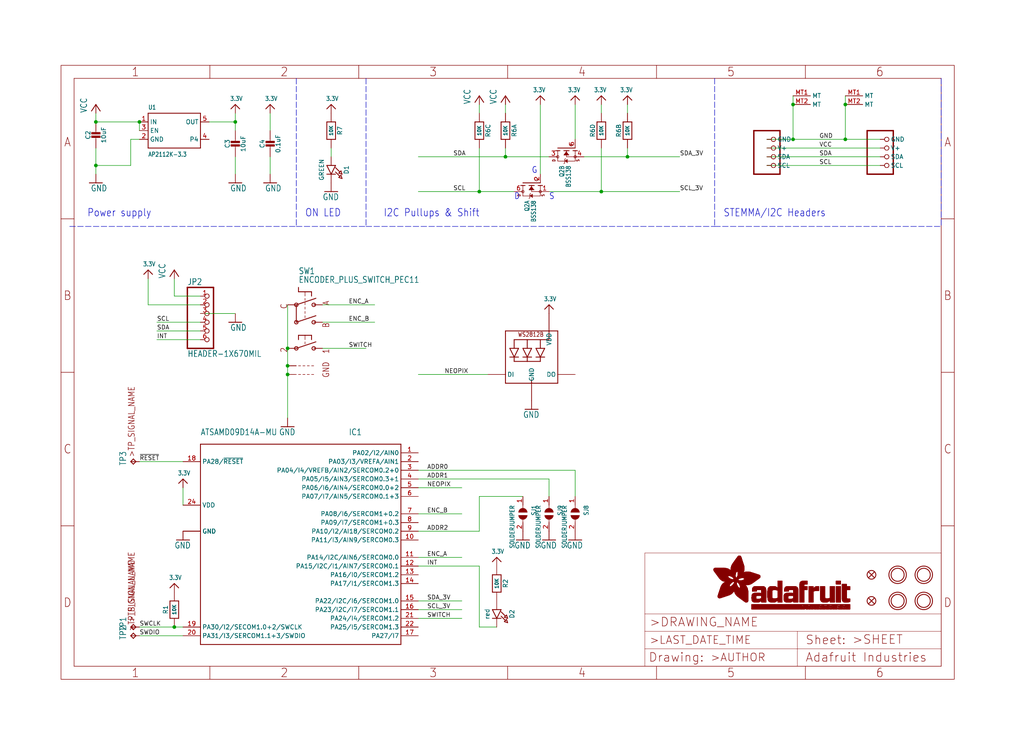
<source format=kicad_sch>
(kicad_sch (version 20211123) (generator eeschema)
  (paper "User" 298.45 217.881)
  (lib_symbols
    (symbol "eagleSchem-eagle-import:3.3V" (power)
      (property "Value" "3.3V" (at -1.524 1.016 0))
      (symbol "3.3V_1_0"
        (pin power_in line (at 0 -2.54 90) (length 2.54) (name "3.3V") (number "1"))
      )
    )
    (symbol "eagleSchem-eagle-import:ATSAMD09D14A-MU"
      (property "Reference" "IC" (at 12.7 33.02 0))
      (property "Value" "ATSAMD09D14A-MU" (at -30.48 33.02 0))
      (symbol "ATSAMD09D14A-MU_1_0"
        (pin bidirectional line (at 33.02 27.94 180) (length 5.08) (name "PA02/I2/AIN0") (number "1"))
        (pin bidirectional line (at 33.02 2.54 180) (length 5.08) (name "PA11/I3/AIN9/SERCOM0.3") (number "10"))
        (pin bidirectional line (at 33.02 -2.54 180) (length 5.08) (name "PA14/I2C/AIN6/SERCOM0.0") (number "11"))
        (pin bidirectional line (at 33.02 -5.08 180) (length 5.08) (name "PA15/I2C/I1/AIN7/SERCOM0.1") (number "12"))
        (pin bidirectional line (at 33.02 -7.62 180) (length 5.08) (name "PA16/I0/SERCOM1.2") (number "13"))
        (pin bidirectional line (at 33.02 -10.16 180) (length 5.08) (name "PA17/I1/SERCOM1.3") (number "14"))
        (pin bidirectional line (at 33.02 -15.24 180) (length 5.08) (name "PA22/I2C/I6/SERCOM1.0") (number "15"))
        (pin bidirectional line (at 33.02 -17.78 180) (length 5.08) (name "PA23/I2C/I7/SERCOM1.1") (number "16"))
        (pin bidirectional line (at 33.02 -25.4 180) (length 5.08) (name "PA27/I7") (number "17"))
        (pin bidirectional line (at -35.56 25.4 0) (length 5.08) (name "PA28/~{RESET}") (number "18"))
        (pin bidirectional line (at -35.56 -22.86 0) (length 5.08) (name "PA30/I2/SECOM1.0+2/SWCLK") (number "19"))
        (pin bidirectional line (at 33.02 25.4 180) (length 5.08) (name "PA03/I3/VREFA/AIN1") (number "2"))
        (pin bidirectional line (at -35.56 -25.4 0) (length 5.08) (name "PA31/I3/SERCOM1.1+3/SWDIO") (number "20"))
        (pin bidirectional line (at 33.02 -20.32 180) (length 5.08) (name "PA24/I4/SERCOM1.2") (number "21"))
        (pin bidirectional line (at 33.02 -22.86 180) (length 5.08) (name "PA25/I5/SERCOM1.3") (number "22"))
        (pin power_in line (at -35.56 5.08 0) (length 5.08) (name "GND") (number "23"))
        (pin power_in line (at -35.56 12.7 0) (length 5.08) (name "VDD") (number "24"))
        (pin bidirectional line (at 33.02 22.86 180) (length 5.08) (name "PA04/I4/VREFB/AIN2/SERCOM0.2+0") (number "3"))
        (pin bidirectional line (at 33.02 20.32 180) (length 5.08) (name "PA05/I5/AIN3/SERCOM0.3+1") (number "4"))
        (pin bidirectional line (at 33.02 17.78 180) (length 5.08) (name "PA06/I6/AIN4/SERCOM0.0+2") (number "5"))
        (pin bidirectional line (at 33.02 15.24 180) (length 5.08) (name "PA07/I7/AIN5/SERCOM0.1+3") (number "6"))
        (pin bidirectional line (at 33.02 10.16 180) (length 5.08) (name "PA08/I6/SERCOM1+0.2") (number "7"))
        (pin bidirectional line (at 33.02 7.62 180) (length 5.08) (name "PA09/I7/SERCOM1+0.3") (number "8"))
        (pin bidirectional line (at 33.02 5.08 180) (length 5.08) (name "PA10/I2/AI18/SERCOM0.2") (number "9"))
        (pin power_in line (at -35.56 5.08 0) (length 5.08) (name "GND") (number "THERM"))
      )
    )
    (symbol "eagleSchem-eagle-import:CAP_CERAMIC0603_NO"
      (property "Reference" "C" (at -2.29 1.25 90))
      (property "Value" "CAP_CERAMIC0603_NO" (at 2.3 1.25 90))
      (symbol "CAP_CERAMIC0603_NO_1_0"
        (pin passive line (at 0 5.08 270) (length 2.54) (name "1") (number "1"))
        (pin passive line (at 0 -2.54 90) (length 2.54) (name "2") (number "2"))
      )
    )
    (symbol "eagleSchem-eagle-import:CAP_CERAMIC0805-NOOUTLINE"
      (property "Reference" "C" (at -2.29 1.25 90))
      (property "Value" "CAP_CERAMIC0805-NOOUTLINE" (at 2.3 1.25 90))
      (symbol "CAP_CERAMIC0805-NOOUTLINE_1_0"
        (pin passive line (at 0 5.08 270) (length 2.54) (name "1") (number "1"))
        (pin passive line (at 0 -2.54 90) (length 2.54) (name "2") (number "2"))
      )
    )
    (symbol "eagleSchem-eagle-import:ENCODER_PLUS_SWITCH_PEC11"
      (property "Reference" "SW" (at -1.905 13.97 0))
      (property "Value" "ENCODER_PLUS_SWITCH_PEC11" (at -1.905 11.43 0))
      (symbol "ENCODER_PLUS_SWITCH_PEC11_1_0"
        (text "1" (at 5.08 -7.62 900) (effects (font (size 1.778 1.5113)) (justify right top)))
        (text "2" (at -5.08 -8.89 900) (effects (font (size 1.778 1.5113)) (justify left bottom)))
        (text "A" (at 5.08 6.35 900) (effects (font (size 1.778 1.5113)) (justify right top)))
        (text "B" (at 5.08 0 900) (effects (font (size 1.778 1.5113)) (justify right top)))
        (text "C" (at -5.08 3.81 900) (effects (font (size 1.778 1.5113)) (justify left bottom)))
        (text "GND" (at 5.08 -11.43 900) (effects (font (size 1.778 1.5113)) (justify right top)))
        (pin passive line (at 5.08 -7.62 180) (length 2.54) (name "P$1") (number "P$1"))
        (pin passive line (at -5.08 -7.62 0) (length 2.54) (name "P$2") (number "P$2"))
        (pin passive line (at 5.08 5.08 180) (length 2.54) (name "P$A") (number "P$A"))
        (pin passive line (at 5.08 0 180) (length 2.54) (name "P$B") (number "P$B"))
        (pin passive line (at -5.08 5.08 0) (length 2.54) (name "P$C") (number "P$C"))
        (pin passive line (at -5.08 -12.7 0) (length 2.54) (name "P$GND1") (number "P$GND1"))
        (pin passive line (at -5.08 -15.24 0) (length 2.54) (name "P$GND2") (number "P$GND2"))
      )
    )
    (symbol "eagleSchem-eagle-import:FIDUCIAL_1MM")
    (symbol "eagleSchem-eagle-import:FRAME_A4_ADAFRUIT"
      (symbol "FRAME_A4_ADAFRUIT_0_0"
        (text "1" (at 21.6958 1.905 0) (effects (font (size 2.54 2.286))))
        (text "1" (at 21.6958 177.165 0) (effects (font (size 2.54 2.286))))
        (text "2" (at 65.0875 1.905 0) (effects (font (size 2.54 2.286))))
        (text "2" (at 65.0875 177.165 0) (effects (font (size 2.54 2.286))))
        (text "3" (at 108.4792 1.905 0) (effects (font (size 2.54 2.286))))
        (text "3" (at 108.4792 177.165 0) (effects (font (size 2.54 2.286))))
        (text "4" (at 151.8708 1.905 0) (effects (font (size 2.54 2.286))))
        (text "4" (at 151.8708 177.165 0) (effects (font (size 2.54 2.286))))
        (text "5" (at 195.2625 1.905 0) (effects (font (size 2.54 2.286))))
        (text "5" (at 195.2625 177.165 0) (effects (font (size 2.54 2.286))))
        (text "6" (at 238.6542 1.905 0) (effects (font (size 2.54 2.286))))
        (text "6" (at 238.6542 177.165 0) (effects (font (size 2.54 2.286))))
        (text "A" (at 1.905 156.6863 0) (effects (font (size 2.54 2.286))))
        (text "A" (at 258.445 156.6863 0) (effects (font (size 2.54 2.286))))
        (text "B" (at 1.905 111.9188 0) (effects (font (size 2.54 2.286))))
        (text "B" (at 258.445 111.9188 0) (effects (font (size 2.54 2.286))))
        (text "C" (at 1.905 67.1513 0) (effects (font (size 2.54 2.286))))
        (text "C" (at 258.445 67.1513 0) (effects (font (size 2.54 2.286))))
        (text "D" (at 1.905 22.3838 0) (effects (font (size 2.54 2.286))))
        (text "D" (at 258.445 22.3838 0) (effects (font (size 2.54 2.286))))
      )
      (symbol "FRAME_A4_ADAFRUIT_1_0"
        (text ">AUTHOR" (at 189.23 5.08 0) (effects (font (size 2.286 2.286)) (justify left bottom)))
        (text ">DRAWING_NAME" (at 171.45 15.24 0) (effects (font (size 2.54 2.54)) (justify left bottom)))
        (text ">LAST_DATE_TIME" (at 171.45 10.16 0) (effects (font (size 2.286 2.286)) (justify left bottom)))
        (text ">SHEET" (at 230.505 10.16 0) (effects (font (size 2.54 2.54)) (justify left bottom)))
        (text "Adafruit Industries" (at 216.916 4.953 0) (effects (font (size 2.54 2.54)) (justify left bottom)))
        (text "Drawing:" (at 171.196 4.953 0) (effects (font (size 2.54 2.54)) (justify left bottom)))
        (text "Sheet:" (at 216.916 10.033 0) (effects (font (size 2.54 2.54)) (justify left bottom)))
      )
    )
    (symbol "eagleSchem-eagle-import:GND" (power)
      (property "Value" "GND" (at -2.54 -2.54 0))
      (symbol "GND_1_0"
        (pin power_in line (at 0 2.54 270) (length 2.54) (name "GND") (number "1"))
      )
    )
    (symbol "eagleSchem-eagle-import:HEADER-1X670MIL"
      (property "Reference" "JP" (at -6.35 10.795 0))
      (property "Value" "HEADER-1X670MIL" (at -6.35 -10.16 0))
      (symbol "HEADER-1X670MIL_1_0"
        (pin passive inverted (at -2.54 7.62 0) (length 2.54) (name "1") (number "1"))
        (pin passive inverted (at -2.54 5.08 0) (length 2.54) (name "2") (number "2"))
        (pin passive inverted (at -2.54 2.54 0) (length 2.54) (name "3") (number "3"))
        (pin passive inverted (at -2.54 0 0) (length 2.54) (name "4") (number "4"))
        (pin passive inverted (at -2.54 -2.54 0) (length 2.54) (name "5") (number "5"))
        (pin passive inverted (at -2.54 -5.08 0) (length 2.54) (name "6") (number "6"))
      )
    )
    (symbol "eagleSchem-eagle-import:LED0603_NOOUTLINE"
      (property "Reference" "D" (at -1.27 4.445 0))
      (property "Value" "LED0603_NOOUTLINE" (at -1.27 -2.794 0))
      (symbol "LED0603_NOOUTLINE_1_0"
        (pin passive line (at -5.08 0 0) (length 2.54) (name "A") (number "A"))
        (pin passive line (at 2.54 0 180) (length 2.54) (name "C") (number "C"))
      )
    )
    (symbol "eagleSchem-eagle-import:MOSFET-N_DUAL"
      (property "Reference" "Q" (at 5.08 0.635 0))
      (property "Value" "MOSFET-N_DUAL" (at 5.08 -1.27 0))
      (symbol "MOSFET-N_DUAL_1_0"
        (text "D" (at 3.175 3.175 0) (effects (font (size 0.8128 0.6908)) (justify left bottom)))
        (text "G" (at -1.27 -1.905 0) (effects (font (size 0.8128 0.6908)) (justify left bottom)))
        (text "S" (at 3.175 -3.81 0) (effects (font (size 0.8128 0.6908)) (justify left bottom)))
        (pin bidirectional line (at 2.54 -5.08 90) (length 2.54) (name "S") (number "1"))
        (pin bidirectional line (at -2.54 -2.54 0) (length 2.54) (name "G") (number "2"))
        (pin bidirectional line (at 2.54 5.08 270) (length 2.54) (name "D") (number "6"))
      )
      (symbol "MOSFET-N_DUAL_2_0"
        (text "D" (at 3.175 3.175 0) (effects (font (size 0.8128 0.6908)) (justify left bottom)))
        (text "G" (at -1.27 -1.905 0) (effects (font (size 0.8128 0.6908)) (justify left bottom)))
        (text "S" (at 3.175 -3.81 0) (effects (font (size 0.8128 0.6908)) (justify left bottom)))
        (pin bidirectional line (at 2.54 5.08 270) (length 2.54) (name "D") (number "3"))
        (pin bidirectional line (at 2.54 -5.08 90) (length 2.54) (name "S") (number "4"))
        (pin bidirectional line (at -2.54 -2.54 0) (length 2.54) (name "G") (number "5"))
      )
    )
    (symbol "eagleSchem-eagle-import:MOUNTINGHOLE2.5")
    (symbol "eagleSchem-eagle-import:RESISTOR_0603_NOOUT"
      (property "Reference" "R" (at 0 2.54 0))
      (property "Value" "RESISTOR_0603_NOOUT" (at 0 0 0))
      (symbol "RESISTOR_0603_NOOUT_1_0"
        (pin passive line (at -5.08 0 0) (length 2.54) (name "1") (number "1"))
        (pin passive line (at 5.08 0 180) (length 2.54) (name "2") (number "2"))
      )
    )
    (symbol "eagleSchem-eagle-import:RESISTOR_4PACK"
      (property "Reference" "R" (at 0 2.54 0))
      (property "Value" "RESISTOR_4PACK" (at 0 0 0))
      (symbol "RESISTOR_4PACK_1_0"
        (pin passive line (at -5.08 0 0) (length 2.54) (name "1") (number "1"))
        (pin passive line (at 5.08 0 180) (length 2.54) (name "2") (number "8"))
      )
      (symbol "RESISTOR_4PACK_2_0"
        (pin passive line (at -5.08 0 0) (length 2.54) (name "1") (number "2"))
        (pin passive line (at 5.08 0 180) (length 2.54) (name "2") (number "7"))
      )
      (symbol "RESISTOR_4PACK_3_0"
        (pin passive line (at -5.08 0 0) (length 2.54) (name "1") (number "3"))
        (pin passive line (at 5.08 0 180) (length 2.54) (name "2") (number "6"))
      )
      (symbol "RESISTOR_4PACK_4_0"
        (pin passive line (at -5.08 0 0) (length 2.54) (name "1") (number "4"))
        (pin passive line (at 5.08 0 180) (length 2.54) (name "2") (number "5"))
      )
    )
    (symbol "eagleSchem-eagle-import:SOLDERJUMPER"
      (property "Reference" "SJ" (at -2.54 2.54 0))
      (property "Value" "SOLDERJUMPER" (at -2.54 -3.81 0))
      (symbol "SOLDERJUMPER_1_0"
        (pin passive line (at -5.08 0 0) (length 2.54) (name "1") (number "1"))
        (pin passive line (at 5.08 0 180) (length 2.54) (name "2") (number "2"))
      )
    )
    (symbol "eagleSchem-eagle-import:STEMMA_I2C_QT"
      (symbol "STEMMA_I2C_QT_1_0"
        (pin passive inverted (at 0 5.08 0) (length 2.54) (name "GND") (number "1"))
        (pin passive inverted (at 0 2.54 0) (length 2.54) (name "V+") (number "2"))
        (pin passive inverted (at 0 0 0) (length 2.54) (name "SDA") (number "3"))
        (pin passive inverted (at 0 -2.54 0) (length 2.54) (name "SCL") (number "4"))
      )
      (symbol "STEMMA_I2C_QT_2_0"
        (pin bidirectional line (at 0 0 0) (length 5.08) (name "MT") (number "MT1"))
      )
      (symbol "STEMMA_I2C_QT_3_0"
        (pin bidirectional line (at 0 0 0) (length 5.08) (name "MT") (number "MT2"))
      )
    )
    (symbol "eagleSchem-eagle-import:TPTP15R"
      (property "Reference" "TP" (at -1.27 1.27 0))
      (symbol "TPTP15R_1_0"
        (text ">TP_SIGNAL_NAME" (at 1.27 -1.27 0) (effects (font (size 1.778 1.5113)) (justify left bottom)))
        (pin input line (at 0 -2.54 90) (length 2.54) (name "TP") (number "TP"))
      )
    )
    (symbol "eagleSchem-eagle-import:VCC" (power)
      (property "Value" "VCC" (at -2.54 -2.54 90))
      (symbol "VCC_1_0"
        (pin power_in line (at 0 -2.54 90) (length 2.54) (name "VCC") (number "1"))
      )
    )
    (symbol "eagleSchem-eagle-import:VREG_SOT23-5"
      (property "Reference" "U" (at -7.62 6.096 0))
      (property "Value" "VREG_SOT23-5" (at -7.62 -7.62 0))
      (symbol "VREG_SOT23-5_1_0"
        (pin power_in line (at -10.16 2.54 0) (length 2.54) (name "IN") (number "1"))
        (pin power_in line (at -10.16 -2.54 0) (length 2.54) (name "GND") (number "2"))
        (pin input line (at -10.16 0 0) (length 2.54) (name "EN") (number "3"))
        (pin bidirectional line (at 10.16 -2.54 180) (length 2.54) (name "P4") (number "4"))
        (pin power_in line (at 10.16 2.54 180) (length 2.54) (name "OUT") (number "5"))
      )
    )
    (symbol "eagleSchem-eagle-import:WS2812B_SK6812E"
      (symbol "WS2812B_SK6812E_1_0"
        (text "WS2812B" (at -4.064 8.382 0) (effects (font (size 1.27 1.0795)) (justify left bottom)))
        (pin power_in line (at 5.08 15.24 270) (length 5.08) (name "VDD") (number "1-VDD"))
        (pin output line (at 12.7 -2.54 180) (length 5.08) (name "DO") (number "2-DOUT"))
        (pin power_in line (at 0 -10.16 90) (length 5.08) (name "GND") (number "3-GND"))
        (pin input line (at -12.7 -2.54 0) (length 5.08) (name "DI") (number "4-DIN"))
      )
    )
  )
  (junction (at 50.8 182.88))
  (junction (at 83.82 101.6))
  (junction (at 27.94 48.26))
  (junction (at 83.82 106.68))
  (junction (at 231.14 40.64))
  (junction (at 182.88 45.72))
  (junction (at 231.14 30.48))
  (junction (at 175.26 55.88))
  (junction (at 246.38 40.64))
  (junction (at 27.94 35.56))
  (junction (at 139.7 55.88))
  (junction (at 246.38 30.48))
  (junction (at 40.64 35.56))
  (junction (at 147.32 45.72))
  (junction (at 68.58 35.56))
  (junction (at 83.82 109.22))
  (wire (pts (xy 60.96 35.56) (xy 68.58 35.56)))
  (wire (pts (xy 231.14 40.64) (xy 223.52 40.64)))
  (wire (pts (xy 68.58 35.56) (xy 68.58 33.02)))
  (wire (pts (xy 40.64 40.64) (xy 38.1 40.64)))
  (polyline (pts (xy 208.28 22.86) (xy 208.28 66.04)))
  (wire (pts (xy 231.14 40.64) (xy 246.38 40.64)))
  (wire (pts (xy 58.42 88.9) (xy 43.18 88.9)))
  (polyline (pts (xy 106.68 66.04) (xy 208.28 66.04)))
  (wire (pts (xy 256.54 40.64) (xy 246.38 40.64)))
  (wire (pts (xy 58.42 99.06) (xy 45.72 99.06)))
  (wire (pts (xy 231.14 27.94) (xy 231.14 30.48)))
  (wire (pts (xy 121.92 149.86) (xy 134.62 149.86)))
  (wire (pts (xy 182.88 43.18) (xy 182.88 45.72)))
  (wire (pts (xy 160.02 139.7) (xy 160.02 144.78)))
  (wire (pts (xy 83.82 109.22) (xy 83.82 121.92)))
  (wire (pts (xy 27.94 48.26) (xy 27.94 50.8)))
  (wire (pts (xy 182.88 45.72) (xy 198.12 45.72)))
  (wire (pts (xy 96.52 45.72) (xy 96.52 43.18)))
  (wire (pts (xy 121.92 165.1) (xy 139.7 165.1)))
  (wire (pts (xy 40.64 182.88) (xy 50.8 182.88)))
  (wire (pts (xy 139.7 182.88) (xy 144.78 182.88)))
  (wire (pts (xy 40.64 38.1) (xy 40.64 35.56)))
  (wire (pts (xy 223.52 48.26) (xy 256.54 48.26)))
  (polyline (pts (xy 86.36 66.04) (xy 106.68 66.04)))
  (wire (pts (xy 139.7 55.88) (xy 121.92 55.88)))
  (wire (pts (xy 167.64 40.64) (xy 167.64 30.48)))
  (wire (pts (xy 121.92 137.16) (xy 167.64 137.16)))
  (wire (pts (xy 93.98 88.9) (xy 109.22 88.9)))
  (wire (pts (xy 27.94 48.26) (xy 27.94 43.18)))
  (wire (pts (xy 38.1 48.26) (xy 27.94 48.26)))
  (wire (pts (xy 27.94 33.02) (xy 27.94 35.56)))
  (wire (pts (xy 139.7 30.48) (xy 139.7 33.02)))
  (wire (pts (xy 38.1 40.64) (xy 38.1 48.26)))
  (wire (pts (xy 83.82 88.9) (xy 83.82 101.6)))
  (wire (pts (xy 121.92 142.24) (xy 134.62 142.24)))
  (wire (pts (xy 142.24 109.22) (xy 121.92 109.22)))
  (wire (pts (xy 139.7 144.78) (xy 152.4 144.78)))
  (wire (pts (xy 121.92 139.7) (xy 160.02 139.7)))
  (wire (pts (xy 121.92 154.94) (xy 139.7 154.94)))
  (polyline (pts (xy 208.28 66.04) (xy 274.32 66.04)))
  (wire (pts (xy 157.48 50.8) (xy 157.48 30.48)))
  (wire (pts (xy 83.82 106.68) (xy 83.82 109.22)))
  (wire (pts (xy 58.42 96.52) (xy 45.72 96.52)))
  (wire (pts (xy 223.52 43.18) (xy 256.54 43.18)))
  (wire (pts (xy 256.54 45.72) (xy 223.52 45.72)))
  (wire (pts (xy 68.58 35.56) (xy 68.58 38.1)))
  (wire (pts (xy 121.92 177.8) (xy 134.62 177.8)))
  (polyline (pts (xy 86.36 22.86) (xy 86.36 66.04)))
  (wire (pts (xy 139.7 43.18) (xy 139.7 55.88)))
  (wire (pts (xy 231.14 30.48) (xy 231.14 40.64)))
  (wire (pts (xy 160.02 45.72) (xy 147.32 45.72)))
  (wire (pts (xy 68.58 45.72) (xy 68.58 50.8)))
  (wire (pts (xy 175.26 43.18) (xy 175.26 55.88)))
  (wire (pts (xy 121.92 180.34) (xy 134.62 180.34)))
  (wire (pts (xy 121.92 162.56) (xy 134.62 162.56)))
  (wire (pts (xy 167.64 137.16) (xy 167.64 144.78)))
  (wire (pts (xy 93.98 93.98) (xy 109.22 93.98)))
  (wire (pts (xy 40.64 35.56) (xy 27.94 35.56)))
  (wire (pts (xy 83.82 101.6) (xy 83.82 106.68)))
  (wire (pts (xy 50.8 86.36) (xy 50.8 81.28)))
  (wire (pts (xy 147.32 45.72) (xy 121.92 45.72)))
  (polyline (pts (xy 20.32 66.04) (xy 86.36 66.04)))
  (wire (pts (xy 160.02 55.88) (xy 175.26 55.88)))
  (wire (pts (xy 147.32 33.02) (xy 147.32 30.48)))
  (polyline (pts (xy 274.32 22.86) (xy 274.32 66.04)))
  (wire (pts (xy 121.92 175.26) (xy 134.62 175.26)))
  (wire (pts (xy 147.32 43.18) (xy 147.32 45.72)))
  (wire (pts (xy 139.7 165.1) (xy 139.7 182.88)))
  (wire (pts (xy 53.34 134.62) (xy 40.64 134.62)))
  (wire (pts (xy 149.86 55.88) (xy 139.7 55.88)))
  (polyline (pts (xy 106.68 22.86) (xy 106.68 66.04)))
  (wire (pts (xy 139.7 154.94) (xy 139.7 144.78)))
  (wire (pts (xy 78.74 45.72) (xy 78.74 50.8)))
  (wire (pts (xy 93.98 101.6) (xy 106.68 101.6)))
  (wire (pts (xy 246.38 30.48) (xy 246.38 40.64)))
  (wire (pts (xy 50.8 182.88) (xy 53.34 182.88)))
  (wire (pts (xy 43.18 88.9) (xy 43.18 81.28)))
  (wire (pts (xy 246.38 27.94) (xy 246.38 30.48)))
  (wire (pts (xy 58.42 93.98) (xy 45.72 93.98)))
  (wire (pts (xy 53.34 185.42) (xy 40.64 185.42)))
  (wire (pts (xy 78.74 33.02) (xy 78.74 38.1)))
  (wire (pts (xy 58.42 91.44) (xy 68.58 91.44)))
  (wire (pts (xy 170.18 45.72) (xy 182.88 45.72)))
  (wire (pts (xy 58.42 86.36) (xy 50.8 86.36)))
  (wire (pts (xy 175.26 55.88) (xy 198.12 55.88)))
  (wire (pts (xy 182.88 33.02) (xy 182.88 30.48)))
  (wire (pts (xy 175.26 33.02) (xy 175.26 30.48)))
  (wire (pts (xy 53.34 142.24) (xy 53.34 147.32)))
  (text "Power supply" (at 25.4 63.5 180) (effects (font (size 2.1844 1.8567)) (justify left bottom)))
  (text "S" (at 160.02 58.42 180) (effects (font (size 1.778 1.5113)) (justify left bottom)))
  (text "STEMMA/I2C Headers" (at 210.82 63.5 180) (effects (font (size 2.1844 1.8567)) (justify left bottom)))
  (text "G" (at 154.94 50.8 180) (effects (font (size 1.778 1.5113)) (justify left bottom)))
  (text "ON LED" (at 88.9 63.5 180) (effects (font (size 2.1844 1.8567)) (justify left bottom)))
  (text "I2C Pullups & Shift" (at 111.76 63.5 180) (effects (font (size 2.1844 1.8567)) (justify left bottom)))
  (text "D" (at 149.86 58.42 180) (effects (font (size 1.778 1.5113)) (justify left bottom)))
  (label "SCL" (at 238.76 48.26 0) (effects (font (size 1.2446 1.2446))))
  (label "GND" (at 238.76 40.64 0) (effects (font (size 1.2446 1.2446))))
  (label "SCL" (at 45.72 93.98 0) (effects (font (size 1.2446 1.2446))))
  (label "ENC_A" (at 124.46 162.56 0) (effects (font (size 1.2446 1.2446))))
  (label "SDA" (at 238.76 45.72 0) (effects (font (size 1.2446 1.2446))))
  (label "SDA" (at 45.72 96.52 0) (effects (font (size 1.2446 1.2446))))
  (label "INT" (at 124.46 165.1 0) (effects (font (size 1.2446 1.2446))))
  (label "ENC_B" (at 124.46 149.86 0) (effects (font (size 1.2446 1.2446))))
  (label "ADDR2" (at 124.46 154.94 0) (effects (font (size 1.2446 1.2446))))
  (label "SWDIO" (at 40.64 185.42 0) (effects (font (size 1.2446 1.2446))))
  (label "SWITCH" (at 124.46 180.34 0) (effects (font (size 1.2446 1.2446))))
  (label "NEOPIX" (at 124.46 142.24 0) (effects (font (size 1.2446 1.2446))))
  (label "INT" (at 45.72 99.06 0) (effects (font (size 1.2446 1.2446))))
  (label "SDA" (at 132.08 45.72 0) (effects (font (size 1.2446 1.2446))))
  (label "SCL_3V" (at 124.46 177.8 0) (effects (font (size 1.2446 1.2446))))
  (label "SWCLK" (at 40.64 182.88 0) (effects (font (size 1.2446 1.2446))))
  (label "SCL" (at 132.08 55.88 0) (effects (font (size 1.2446 1.2446))))
  (label "~{RESET}" (at 40.64 134.62 0) (effects (font (size 1.2446 1.2446))))
  (label "NEOPIX" (at 129.54 109.22 0) (effects (font (size 1.2446 1.2446))))
  (label "SCL_3V" (at 198.12 55.88 0) (effects (font (size 1.2446 1.2446))))
  (label "ENC_A" (at 101.6 88.9 0) (effects (font (size 1.2446 1.2446))))
  (label "SWITCH" (at 101.6 101.6 0) (effects (font (size 1.2446 1.2446))))
  (label "VCC" (at 238.76 43.18 0) (effects (font (size 1.2446 1.2446))))
  (label "ADDR1" (at 124.46 139.7 0) (effects (font (size 1.2446 1.2446))))
  (label "SDA_3V" (at 124.46 175.26 0) (effects (font (size 1.2446 1.2446))))
  (label "ADDR0" (at 124.46 137.16 0) (effects (font (size 1.2446 1.2446))))
  (label "ENC_B" (at 101.6 93.98 0) (effects (font (size 1.2446 1.2446))))
  (label "SDA_3V" (at 198.12 45.72 0) (effects (font (size 1.2446 1.2446))))
  (symbol (lib_id "eagleSchem-eagle-import:MOUNTINGHOLE2.5") (at 261.62 167.64 0) (unit 1)
    (property "Reference" "U$27" (effects hide))
    (property "Value" "MOUNTINGHOLE2.5" (effects hide))
    (property "Footprint" "eagleSchem:MOUNTINGHOLE_2.5_PLATED" (effects hide))
  )
  (symbol (lib_id "eagleSchem-eagle-import:GND") (at 160.02 157.48 0) (unit 1)
    (property "Reference" "#GND5" (effects hide))
    (property "Value" "GND" (at 157.48 160.02 0) (effects (font (size 1.778 1.5113)) (justify left bottom)))
    (property "Footprint" "eagleSchem:" (effects hide))
  )
  (symbol (lib_id "eagleSchem-eagle-import:RESISTOR_4PACK") (at 182.88 38.1 90) (mirror x) (unit 2)
    (property "Reference" "R6" (at 180.34 38.1 0))
    (property "Value" "10K" (at 182.88 38.1 0) (effects (font (size 1.016 1.016) bold)))
    (property "Footprint" "eagleSchem:RESPACK_4X0603" (effects hide))
  )
  (symbol (lib_id "eagleSchem-eagle-import:RESISTOR_4PACK") (at 175.26 38.1 90) (mirror x) (unit 4)
    (property "Reference" "R6" (at 172.72 38.1 0))
    (property "Value" "10K" (at 175.26 38.1 0) (effects (font (size 1.016 1.016) bold)))
    (property "Footprint" "eagleSchem:RESPACK_4X0603" (effects hide))
  )
  (symbol (lib_id "eagleSchem-eagle-import:3.3V") (at 78.74 30.48 0) (unit 1)
    (property "Reference" "#U$7" (effects hide))
    (property "Value" "3.3V" (at 77.216 29.464 0) (effects (font (size 1.27 1.0795)) (justify left bottom)))
    (property "Footprint" "eagleSchem:" (effects hide))
  )
  (symbol (lib_id "eagleSchem-eagle-import:GND") (at 154.94 119.38 0) (unit 1)
    (property "Reference" "#GND8" (effects hide))
    (property "Value" "GND" (at 152.4 121.92 0) (effects (font (size 1.778 1.5113)) (justify left bottom)))
    (property "Footprint" "eagleSchem:" (effects hide))
  )
  (symbol (lib_id "eagleSchem-eagle-import:3.3V") (at 68.58 30.48 0) (unit 1)
    (property "Reference" "#U$9" (effects hide))
    (property "Value" "3.3V" (at 67.056 29.464 0) (effects (font (size 1.27 1.0795)) (justify left bottom)))
    (property "Footprint" "eagleSchem:" (effects hide))
  )
  (symbol (lib_id "eagleSchem-eagle-import:GND") (at 27.94 53.34 0) (unit 1)
    (property "Reference" "#U$13" (effects hide))
    (property "Value" "GND" (at 26.416 55.88 0) (effects (font (size 1.778 1.5113)) (justify left bottom)))
    (property "Footprint" "eagleSchem:" (effects hide))
  )
  (symbol (lib_id "eagleSchem-eagle-import:CAP_CERAMIC0805-NOOUTLINE") (at 68.58 43.18 0) (unit 1)
    (property "Reference" "C3" (at 66.29 41.93 90))
    (property "Value" "10uF" (at 70.88 41.93 90))
    (property "Footprint" "eagleSchem:0805-NO" (effects hide))
  )
  (symbol (lib_id "eagleSchem-eagle-import:GND") (at 68.58 93.98 0) (unit 1)
    (property "Reference" "#U$10" (effects hide))
    (property "Value" "GND" (at 67.056 96.52 0) (effects (font (size 1.778 1.5113)) (justify left bottom)))
    (property "Footprint" "eagleSchem:" (effects hide))
  )
  (symbol (lib_id "eagleSchem-eagle-import:3.3V") (at 167.64 27.94 0) (mirror y) (unit 1)
    (property "Reference" "#U$12" (effects hide))
    (property "Value" "3.3V" (at 169.164 26.924 0) (effects (font (size 1.27 1.0795)) (justify left bottom)))
    (property "Footprint" "eagleSchem:" (effects hide))
  )
  (symbol (lib_id "eagleSchem-eagle-import:VCC") (at 147.32 27.94 0) (unit 1)
    (property "Reference" "#P+2" (effects hide))
    (property "Value" "VCC" (at 144.78 30.48 90) (effects (font (size 1.778 1.5113)) (justify left bottom)))
    (property "Footprint" "eagleSchem:" (effects hide))
  )
  (symbol (lib_id "eagleSchem-eagle-import:STEMMA_I2C_QT") (at 256.54 45.72 0) (unit 1)
    (property "Reference" "CONN4" (effects hide))
    (property "Value" "STEMMA_I2C_QT" (effects hide))
    (property "Footprint" "eagleSchem:JST_SH4" (effects hide))
  )
  (symbol (lib_id "eagleSchem-eagle-import:GND") (at 83.82 124.46 0) (unit 1)
    (property "Reference" "#GND2" (effects hide))
    (property "Value" "GND" (at 81.28 127 0) (effects (font (size 1.778 1.5113)) (justify left bottom)))
    (property "Footprint" "eagleSchem:" (effects hide))
  )
  (symbol (lib_id "eagleSchem-eagle-import:GND") (at 53.34 157.48 0) (unit 1)
    (property "Reference" "#GND1" (effects hide))
    (property "Value" "GND" (at 50.8 160.02 0) (effects (font (size 1.778 1.5113)) (justify left bottom)))
    (property "Footprint" "eagleSchem:" (effects hide))
  )
  (symbol (lib_id "eagleSchem-eagle-import:RESISTOR_0603_NOOUT") (at 50.8 177.8 90) (unit 1)
    (property "Reference" "R1" (at 48.26 177.8 0))
    (property "Value" "10K" (at 50.8 177.8 0) (effects (font (size 1.016 1.016) bold)))
    (property "Footprint" "eagleSchem:0603-NO" (effects hide))
  )
  (symbol (lib_id "eagleSchem-eagle-import:LED0603_NOOUTLINE") (at 96.52 50.8 270) (unit 1)
    (property "Reference" "D1" (at 100.965 49.53 0))
    (property "Value" "GREEN" (at 93.726 49.53 0))
    (property "Footprint" "eagleSchem:CHIPLED_0603_NOOUTLINE" (effects hide))
  )
  (symbol (lib_id "eagleSchem-eagle-import:3.3V") (at 160.02 88.9 0) (unit 1)
    (property "Reference" "#U$1" (effects hide))
    (property "Value" "3.3V" (at 158.496 87.884 0) (effects (font (size 1.27 1.0795)) (justify left bottom)))
    (property "Footprint" "eagleSchem:" (effects hide))
  )
  (symbol (lib_id "eagleSchem-eagle-import:3.3V") (at 144.78 162.56 0) (unit 1)
    (property "Reference" "#U$2" (effects hide))
    (property "Value" "3.3V" (at 143.256 161.544 0) (effects (font (size 1.27 1.0795)) (justify left bottom)))
    (property "Footprint" "eagleSchem:" (effects hide))
  )
  (symbol (lib_id "eagleSchem-eagle-import:RESISTOR_0603_NOOUT") (at 144.78 170.18 270) (unit 1)
    (property "Reference" "R2" (at 147.32 170.18 0))
    (property "Value" "10K" (at 144.78 170.18 0) (effects (font (size 1.016 1.016) bold)))
    (property "Footprint" "eagleSchem:0603-NO" (effects hide))
  )
  (symbol (lib_id "eagleSchem-eagle-import:STEMMA_I2C_QT") (at 231.14 27.94 0) (unit 2)
    (property "Reference" "CONN3" (effects hide))
    (property "Value" "STEMMA_I2C_QT" (effects hide))
    (property "Footprint" "eagleSchem:JST_SH4" (effects hide))
  )
  (symbol (lib_id "eagleSchem-eagle-import:STEMMA_I2C_QT") (at 246.38 30.48 0) (unit 3)
    (property "Reference" "CONN4" (effects hide))
    (property "Value" "STEMMA_I2C_QT" (effects hide))
    (property "Footprint" "eagleSchem:JST_SH4" (effects hide))
  )
  (symbol (lib_id "eagleSchem-eagle-import:GND") (at 78.74 53.34 0) (unit 1)
    (property "Reference" "#U$6" (effects hide))
    (property "Value" "GND" (at 77.216 55.88 0) (effects (font (size 1.778 1.5113)) (justify left bottom)))
    (property "Footprint" "eagleSchem:" (effects hide))
  )
  (symbol (lib_id "eagleSchem-eagle-import:ATSAMD09D14A-MU") (at 88.9 160.02 0) (unit 1)
    (property "Reference" "IC1" (at 101.6 127 0) (effects (font (size 1.778 1.5113)) (justify left bottom)))
    (property "Value" "ATSAMD09D14A-MU" (at 58.42 127 0) (effects (font (size 1.778 1.5113)) (justify left bottom)))
    (property "Footprint" "eagleSchem:QFN24_4MM" (effects hide))
  )
  (symbol (lib_id "eagleSchem-eagle-import:FIDUCIAL_1MM") (at 254 167.64 0) (unit 1)
    (property "Reference" "FID4" (effects hide))
    (property "Value" "FIDUCIAL_1MM" (effects hide))
    (property "Footprint" "eagleSchem:FIDUCIAL_1MM" (effects hide))
  )
  (symbol (lib_id "eagleSchem-eagle-import:STEMMA_I2C_QT") (at 246.38 27.94 0) (unit 2)
    (property "Reference" "CONN4" (effects hide))
    (property "Value" "STEMMA_I2C_QT" (effects hide))
    (property "Footprint" "eagleSchem:JST_SH4" (effects hide))
  )
  (symbol (lib_id "eagleSchem-eagle-import:3.3V") (at 53.34 139.7 0) (unit 1)
    (property "Reference" "#U$3" (effects hide))
    (property "Value" "3.3V" (at 51.816 138.684 0) (effects (font (size 1.27 1.0795)) (justify left bottom)))
    (property "Footprint" "eagleSchem:" (effects hide))
  )
  (symbol (lib_id "eagleSchem-eagle-import:VCC") (at 50.8 78.74 0) (unit 1)
    (property "Reference" "#P+4" (effects hide))
    (property "Value" "VCC" (at 48.26 81.28 90) (effects (font (size 1.778 1.5113)) (justify left bottom)))
    (property "Footprint" "eagleSchem:" (effects hide))
  )
  (symbol (lib_id "eagleSchem-eagle-import:SOLDERJUMPER") (at 152.4 149.86 270) (unit 1)
    (property "Reference" "SJ1" (at 154.94 147.32 0) (effects (font (size 1.27 1.0795)) (justify left bottom)))
    (property "Value" "SOLDERJUMPER" (at 148.59 147.32 0) (effects (font (size 1.27 1.0795)) (justify left bottom)))
    (property "Footprint" "eagleSchem:SOLDERJUMPER_ARROW_NOPASTE" (effects hide))
  )
  (symbol (lib_id "eagleSchem-eagle-import:FRAME_A4_ADAFRUIT") (at 17.78 198.12 0) (unit 1)
    (property "Reference" "#U$28" (effects hide))
    (property "Value" "FRAME_A4_ADAFRUIT" (effects hide))
    (property "Footprint" "eagleSchem:" (effects hide))
  )
  (symbol (lib_id "eagleSchem-eagle-import:MOSFET-N_DUAL") (at 154.94 53.34 90) (mirror x) (unit 1)
    (property "Reference" "Q2" (at 154.305 58.42 0) (effects (font (size 1.27 1.0795)) (justify left bottom)))
    (property "Value" "BSS138" (at 156.21 58.42 0) (effects (font (size 1.27 1.0795)) (justify left bottom)))
    (property "Footprint" "eagleSchem:SOT363" (effects hide))
  )
  (symbol (lib_id "eagleSchem-eagle-import:GND") (at 68.58 53.34 0) (unit 1)
    (property "Reference" "#U$5" (effects hide))
    (property "Value" "GND" (at 67.056 55.88 0) (effects (font (size 1.778 1.5113)) (justify left bottom)))
    (property "Footprint" "eagleSchem:" (effects hide))
  )
  (symbol (lib_id "eagleSchem-eagle-import:VCC") (at 139.7 27.94 0) (unit 1)
    (property "Reference" "#P+1" (effects hide))
    (property "Value" "VCC" (at 137.16 30.48 90) (effects (font (size 1.778 1.5113)) (justify left bottom)))
    (property "Footprint" "eagleSchem:" (effects hide))
  )
  (symbol (lib_id "eagleSchem-eagle-import:SOLDERJUMPER") (at 160.02 149.86 270) (unit 1)
    (property "Reference" "SJ9" (at 162.56 147.32 0) (effects (font (size 1.27 1.0795)) (justify left bottom)))
    (property "Value" "SOLDERJUMPER" (at 156.21 147.32 0) (effects (font (size 1.27 1.0795)) (justify left bottom)))
    (property "Footprint" "eagleSchem:SOLDERJUMPER_ARROW_NOPASTE" (effects hide))
  )
  (symbol (lib_id "eagleSchem-eagle-import:ENCODER_PLUS_SWITCH_PEC11") (at 88.9 93.98 0) (unit 1)
    (property "Reference" "SW1" (at 86.995 80.01 0) (effects (font (size 1.778 1.5113)) (justify left bottom)))
    (property "Value" "ENCODER_PLUS_SWITCH_PEC11" (at 86.995 82.55 0) (effects (font (size 1.778 1.5113)) (justify left bottom)))
    (property "Footprint" "eagleSchem:PEC11+SWITCH" (effects hide))
  )
  (symbol (lib_id "eagleSchem-eagle-import:3.3V") (at 182.88 27.94 0) (mirror y) (unit 1)
    (property "Reference" "#U$11" (effects hide))
    (property "Value" "3.3V" (at 184.404 26.924 0) (effects (font (size 1.27 1.0795)) (justify left bottom)))
    (property "Footprint" "eagleSchem:" (effects hide))
  )
  (symbol (lib_id "eagleSchem-eagle-import:TPTP15R") (at 38.1 182.88 90) (unit 1)
    (property "Reference" "TP1" (at 36.83 184.15 0) (effects (font (size 1.778 1.5113)) (justify left bottom)))
    (property "Value" "TPTP15R" (effects hide))
    (property "Footprint" "eagleSchem:TP15R" (effects hide))
  )
  (symbol (lib_id "eagleSchem-eagle-import:STEMMA_I2C_QT") (at 231.14 30.48 0) (unit 3)
    (property "Reference" "CONN3" (effects hide))
    (property "Value" "STEMMA_I2C_QT" (effects hide))
    (property "Footprint" "eagleSchem:JST_SH4" (effects hide))
  )
  (symbol (lib_id "eagleSchem-eagle-import:LED0603_NOOUTLINE") (at 144.78 180.34 270) (unit 1)
    (property "Reference" "D2" (at 149.225 179.07 0))
    (property "Value" "red" (at 141.986 179.07 0))
    (property "Footprint" "eagleSchem:CHIPLED_0603_NOOUTLINE" (effects hide))
  )
  (symbol (lib_id "eagleSchem-eagle-import:TPTP15R") (at 38.1 134.62 90) (unit 1)
    (property "Reference" "TP3" (at 36.83 135.89 0) (effects (font (size 1.778 1.5113)) (justify left bottom)))
    (property "Value" "TPTP15R" (effects hide))
    (property "Footprint" "eagleSchem:TP15R" (effects hide))
  )
  (symbol (lib_id "eagleSchem-eagle-import:VCC") (at 27.94 30.48 0) (unit 1)
    (property "Reference" "#P+3" (effects hide))
    (property "Value" "VCC" (at 25.4 33.02 90) (effects (font (size 1.778 1.5113)) (justify left bottom)))
    (property "Footprint" "eagleSchem:" (effects hide))
  )
  (symbol (lib_id "eagleSchem-eagle-import:MOSFET-N_DUAL") (at 165.1 43.18 90) (mirror x) (unit 2)
    (property "Reference" "Q2" (at 164.465 48.26 0) (effects (font (size 1.27 1.0795)) (justify left bottom)))
    (property "Value" "BSS138" (at 166.37 48.26 0) (effects (font (size 1.27 1.0795)) (justify left bottom)))
    (property "Footprint" "eagleSchem:SOT363" (effects hide))
  )
  (symbol (lib_id "eagleSchem-eagle-import:RESISTOR_0603_NOOUT") (at 96.52 38.1 270) (unit 1)
    (property "Reference" "R7" (at 99.06 38.1 0))
    (property "Value" "10K" (at 96.52 38.1 0) (effects (font (size 1.016 1.016) bold)))
    (property "Footprint" "eagleSchem:0603-NO" (effects hide))
  )
  (symbol (lib_id "eagleSchem-eagle-import:3.3V") (at 157.48 27.94 0) (mirror y) (unit 1)
    (property "Reference" "#U$26" (effects hide))
    (property "Value" "3.3V" (at 159.004 26.924 0) (effects (font (size 1.27 1.0795)) (justify left bottom)))
    (property "Footprint" "eagleSchem:" (effects hide))
  )
  (symbol (lib_id "eagleSchem-eagle-import:VREG_SOT23-5") (at 50.8 38.1 0) (unit 1)
    (property "Reference" "U1" (at 43.18 32.004 0) (effects (font (size 1.27 1.0795)) (justify left bottom)))
    (property "Value" "AP2112K-3.3" (at 43.18 45.72 0) (effects (font (size 1.27 1.0795)) (justify left bottom)))
    (property "Footprint" "eagleSchem:SOT23-5" (effects hide))
  )
  (symbol (lib_id "eagleSchem-eagle-import:STEMMA_I2C_QT") (at 223.52 45.72 0) (unit 1)
    (property "Reference" "CONN3" (effects hide))
    (property "Value" "STEMMA_I2C_QT" (effects hide))
    (property "Footprint" "eagleSchem:JST_SH4" (effects hide))
  )
  (symbol (lib_id "eagleSchem-eagle-import:3.3V") (at 175.26 27.94 0) (mirror y) (unit 1)
    (property "Reference" "#U$24" (effects hide))
    (property "Value" "3.3V" (at 176.784 26.924 0) (effects (font (size 1.27 1.0795)) (justify left bottom)))
    (property "Footprint" "eagleSchem:" (effects hide))
  )
  (symbol (lib_id "eagleSchem-eagle-import:MOUNTINGHOLE2.5") (at 269.24 175.26 0) (unit 1)
    (property "Reference" "U$30" (effects hide))
    (property "Value" "MOUNTINGHOLE2.5" (effects hide))
    (property "Footprint" "eagleSchem:MOUNTINGHOLE_2.5_PLATED" (effects hide))
  )
  (symbol (lib_id "eagleSchem-eagle-import:GND") (at 96.52 55.88 0) (unit 1)
    (property "Reference" "#GND3" (effects hide))
    (property "Value" "GND" (at 93.98 58.42 0) (effects (font (size 1.778 1.5113)) (justify left bottom)))
    (property "Footprint" "eagleSchem:" (effects hide))
  )
  (symbol (lib_id "eagleSchem-eagle-import:MOUNTINGHOLE2.5") (at 261.62 175.26 0) (unit 1)
    (property "Reference" "U$25" (effects hide))
    (property "Value" "MOUNTINGHOLE2.5" (effects hide))
    (property "Footprint" "eagleSchem:MOUNTINGHOLE_2.5_PLATED" (effects hide))
  )
  (symbol (lib_id "eagleSchem-eagle-import:SOLDERJUMPER") (at 167.64 149.86 270) (unit 1)
    (property "Reference" "SJ8" (at 170.18 147.32 0) (effects (font (size 1.27 1.0795)) (justify left bottom)))
    (property "Value" "SOLDERJUMPER" (at 163.83 147.32 0) (effects (font (size 1.27 1.0795)) (justify left bottom)))
    (property "Footprint" "eagleSchem:SOLDERJUMPER_ARROW_NOPASTE" (effects hide))
  )
  (symbol (lib_id "eagleSchem-eagle-import:RESISTOR_4PACK") (at 147.32 38.1 270) (unit 1)
    (property "Reference" "R6" (at 149.86 38.1 0))
    (property "Value" "10K" (at 147.32 38.1 0) (effects (font (size 1.016 1.016) bold)))
    (property "Footprint" "eagleSchem:RESPACK_4X0603" (effects hide))
  )
  (symbol (lib_id "eagleSchem-eagle-import:MOUNTINGHOLE2.5") (at 269.24 167.64 0) (unit 1)
    (property "Reference" "U$29" (effects hide))
    (property "Value" "MOUNTINGHOLE2.5" (effects hide))
    (property "Footprint" "eagleSchem:MOUNTINGHOLE_2.5_PLATED" (effects hide))
  )
  (symbol (lib_id "eagleSchem-eagle-import:WS2812B_SK6812E") (at 154.94 106.68 0) (unit 1)
    (property "Reference" "LED1" (effects hide))
    (property "Value" "WS2812B_SK6812E" (effects hide))
    (property "Footprint" "eagleSchem:NEO3535_REVERSE" (effects hide))
  )
  (symbol (lib_id "eagleSchem-eagle-import:HEADER-1X670MIL") (at 60.96 93.98 0) (unit 1)
    (property "Reference" "JP2" (at 54.61 83.185 0) (effects (font (size 1.778 1.5113)) (justify left bottom)))
    (property "Value" "HEADER-1X670MIL" (at 54.61 104.14 0) (effects (font (size 1.778 1.5113)) (justify left bottom)))
    (property "Footprint" "eagleSchem:1X06_ROUND_70" (effects hide))
  )
  (symbol (lib_id "eagleSchem-eagle-import:GND") (at 167.64 157.48 0) (unit 1)
    (property "Reference" "#GND6" (effects hide))
    (property "Value" "GND" (at 165.1 160.02 0) (effects (font (size 1.778 1.5113)) (justify left bottom)))
    (property "Footprint" "eagleSchem:" (effects hide))
  )
  (symbol (lib_id "eagleSchem-eagle-import:CAP_CERAMIC0805-NOOUTLINE") (at 27.94 40.64 0) (unit 1)
    (property "Reference" "C2" (at 25.65 39.39 90))
    (property "Value" "10uF" (at 30.24 39.39 90))
    (property "Footprint" "eagleSchem:0805-NO" (effects hide))
  )
  (symbol (lib_id "eagleSchem-eagle-import:FIDUCIAL_1MM") (at 254 175.26 0) (unit 1)
    (property "Reference" "FID3" (effects hide))
    (property "Value" "FIDUCIAL_1MM" (effects hide))
    (property "Footprint" "eagleSchem:FIDUCIAL_1MM" (effects hide))
  )
  (symbol (lib_id "eagleSchem-eagle-import:3.3V") (at 96.52 30.48 0) (unit 1)
    (property "Reference" "#U$31" (effects hide))
    (property "Value" "3.3V" (at 94.996 29.464 0) (effects (font (size 1.27 1.0795)) (justify left bottom)))
    (property "Footprint" "eagleSchem:" (effects hide))
  )
  (symbol (lib_id "eagleSchem-eagle-import:CAP_CERAMIC0603_NO") (at 78.74 43.18 0) (unit 1)
    (property "Reference" "C4" (at 76.45 41.93 90))
    (property "Value" "0.1uF" (at 81.04 41.93 90))
    (property "Footprint" "eagleSchem:0603-NO" (effects hide))
  )
  (symbol (lib_id "eagleSchem-eagle-import:RESISTOR_4PACK") (at 139.7 38.1 270) (unit 3)
    (property "Reference" "R6" (at 142.24 38.1 0))
    (property "Value" "10K" (at 139.7 38.1 0) (effects (font (size 1.016 1.016) bold)))
    (property "Footprint" "eagleSchem:RESPACK_4X0603" (effects hide))
  )
  (symbol (lib_id "eagleSchem-eagle-import:TPTP15R") (at 38.1 185.42 90) (unit 1)
    (property "Reference" "TP2" (at 36.83 186.69 0) (effects (font (size 1.778 1.5113)) (justify left bottom)))
    (property "Value" "TPTP15R" (effects hide))
    (property "Footprint" "eagleSchem:TP15R" (effects hide))
  )
  (symbol (lib_id "eagleSchem-eagle-import:GND") (at 152.4 157.48 0) (unit 1)
    (property "Reference" "#GND4" (effects hide))
    (property "Value" "GND" (at 149.86 160.02 0) (effects (font (size 1.778 1.5113)) (justify left bottom)))
    (property "Footprint" "eagleSchem:" (effects hide))
  )
  (symbol (lib_id "eagleSchem-eagle-import:3.3V") (at 43.18 78.74 0) (unit 1)
    (property "Reference" "#U$18" (effects hide))
    (property "Value" "3.3V" (at 41.656 77.724 0) (effects (font (size 1.27 1.0795)) (justify left bottom)))
    (property "Footprint" "eagleSchem:" (effects hide))
  )
  (symbol (lib_id "eagleSchem-eagle-import:3.3V") (at 50.8 170.18 0) (unit 1)
    (property "Reference" "#U$8" (effects hide))
    (property "Value" "3.3V" (at 49.276 169.164 0) (effects (font (size 1.27 1.0795)) (justify left bottom)))
    (property "Footprint" "eagleSchem:" (effects hide))
  )
)
</source>
